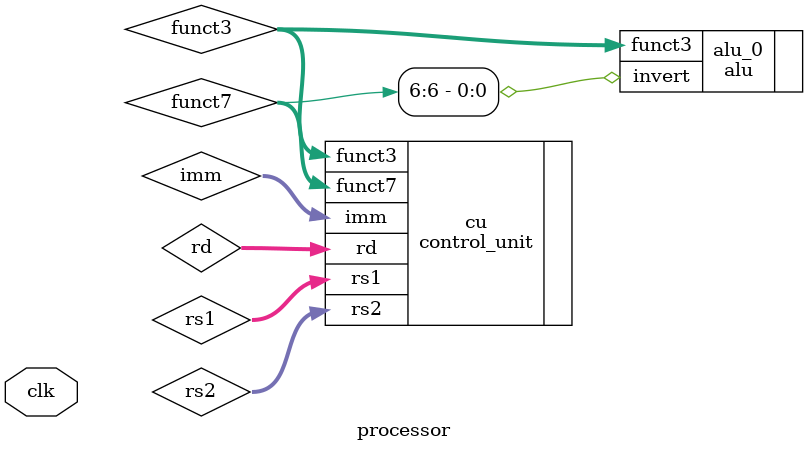
<source format=sv>
module processor (
    input clk
);
    localparam XLEN = 32;

    wire [XLEN-1:0] imm;

    // Register control
    wire [4:0] rd;
    wire [4:0] rs1;
    wire [4:0] rs2;

    // ALU control
    wire [2:0] funct3;
    wire [6:0] funct7;

    (* keep = "yes" *) control_unit #(
        .XLEN(XLEN)
    ) cu (
        .imm(imm),
        .rd(rd),
        .rs1(rs1),
        .rs2(rs2),
        .funct3(funct3),
        .funct7(funct7)
    );

    (* keep = "yes" *) alu alu_0 (
        .funct3(funct3),
        .invert(funct7[6])
    );

endmodule

</source>
